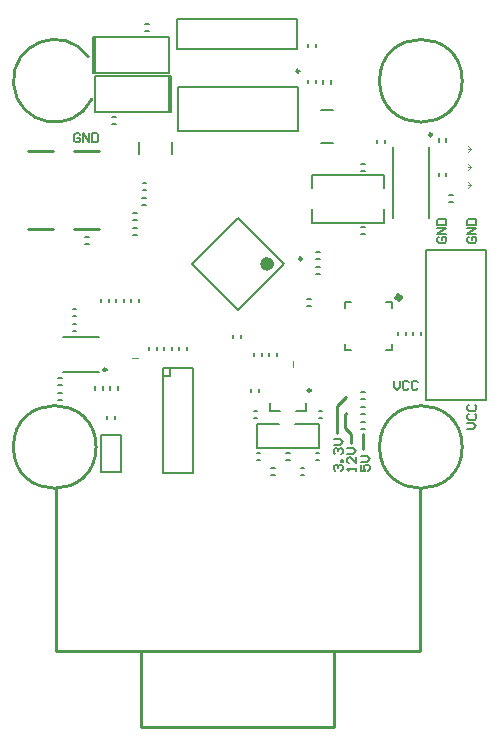
<source format=gto>
G04*
G04 #@! TF.GenerationSoftware,Altium Limited,Altium Designer,20.0.13 (296)*
G04*
G04 Layer_Color=65535*
%FSLAX25Y25*%
%MOIN*%
G70*
G01*
G75*
%ADD10C,0.00984*%
%ADD11C,0.01000*%
%ADD12C,0.02000*%
%ADD13C,0.02362*%
%ADD14C,0.00787*%
%ADD15C,0.00394*%
%ADD16C,0.00600*%
%ADD17C,0.00800*%
%ADD18R,0.01400X0.12000*%
D10*
X147988Y126347D02*
G03*
X147988Y126347I-492J0D01*
G01*
X103760Y147500D02*
G03*
X103760Y147500I-492J0D01*
G01*
X104639Y84938D02*
G03*
X104639Y84938I-492J0D01*
G01*
X107579Y41134D02*
G03*
X107579Y41134I-492J0D01*
G01*
D11*
X33378Y152411D02*
G03*
X34602Y138196I-11133J-8119D01*
G01*
X158071Y144291D02*
G03*
X158071Y144291I-13780J0D01*
G01*
X36024Y22244D02*
G03*
X36024Y22244I-13780J0D01*
G01*
X158071D02*
G03*
X158071Y22244I-13780J0D01*
G01*
X39500Y48000D02*
G03*
X39500Y48000I-500J0D01*
G01*
X119000Y33000D02*
X119500Y33500D01*
X121000Y23500D02*
Y26500D01*
X119000Y28500D02*
X121000Y26500D01*
X22768Y-45748D02*
Y8474D01*
X116500Y27000D02*
Y36000D01*
X119500Y39000D01*
X119000Y28500D02*
Y33000D01*
X125000Y21500D02*
Y26500D01*
X28768Y95000D02*
X37000D01*
X28768Y121000D02*
X37000D01*
X13500D02*
X21732D01*
X13500Y95000D02*
X21732D01*
X115413Y-71011D02*
Y-45748D01*
X51122Y-71011D02*
X115413D01*
X51122Y-70984D02*
Y-45748D01*
X143968D02*
Y8500D01*
X22768Y-45748D02*
X143968D01*
D12*
X137364Y72047D02*
G03*
X137364Y72047I-557J0D01*
G01*
D13*
X94192Y83268D02*
G03*
X94192Y83268I-1181J0D01*
G01*
D14*
X146906Y98689D02*
Y122311D01*
X135094Y98689D02*
Y122311D01*
X153740Y103803D02*
X154921D01*
X153740Y106165D02*
X154921D01*
X152681Y123909D02*
Y125091D01*
X150319Y123909D02*
Y125091D01*
X152681Y112409D02*
Y113591D01*
X150319Y112409D02*
Y113591D01*
X144181Y59409D02*
Y60590D01*
X141819Y59409D02*
Y60590D01*
X139181Y59409D02*
Y60590D01*
X136819Y59409D02*
Y60590D01*
X124409Y38319D02*
X125591D01*
X124409Y40681D02*
X125591D01*
X124409Y28319D02*
X125591D01*
X124409Y30681D02*
X125591D01*
X124409Y33319D02*
X125591D01*
X124409Y35681D02*
X125591D01*
X166000Y38000D02*
Y88000D01*
X146000Y38000D02*
Y88000D01*
Y38000D02*
X166000D01*
X146000Y88000D02*
X166000D01*
X124409Y93319D02*
X125591D01*
X124409Y95681D02*
X125591D01*
X124409Y116681D02*
X125591D01*
X124409Y114319D02*
X125591D01*
X32409Y92181D02*
X33591D01*
X32409Y89819D02*
X33591D01*
X109409Y84819D02*
X110591D01*
X109409Y87181D02*
X110591D01*
X109409Y79819D02*
X110591D01*
X109409Y82181D02*
X110591D01*
X42819Y70410D02*
Y71591D01*
X45181Y70410D02*
Y71591D01*
X132181Y123409D02*
Y124591D01*
X129819Y123409D02*
Y124591D01*
X81819Y58410D02*
Y59591D01*
X84181Y58410D02*
Y59591D01*
X47819Y70410D02*
Y71591D01*
X50181Y70410D02*
Y71591D01*
X37819Y70410D02*
Y71591D01*
X40181Y70410D02*
Y71591D01*
X106409Y71681D02*
X107591D01*
X106409Y69319D02*
X107591D01*
X63268Y127717D02*
Y142283D01*
X103268Y127717D02*
Y142283D01*
X63268Y127717D02*
X103268D01*
X63268Y142283D02*
X103268D01*
X23410Y45181D02*
X24590D01*
X23410Y42819D02*
X24590D01*
X23410Y40181D02*
X24590D01*
X23410Y37819D02*
X24590D01*
X28264Y60819D02*
X29445D01*
X28264Y63181D02*
X29445D01*
X28264Y65819D02*
X29445D01*
X28264Y68181D02*
X29445D01*
X42181Y31409D02*
Y32591D01*
X39819Y31409D02*
Y32591D01*
X38181Y41264D02*
Y42445D01*
X35819Y41264D02*
Y42445D01*
X53819Y54409D02*
Y55590D01*
X56181Y54409D02*
Y55590D01*
X43181Y41264D02*
Y42445D01*
X40819Y41264D02*
Y42445D01*
X61181Y54409D02*
Y55590D01*
X58819Y54409D02*
Y55590D01*
X63819Y54409D02*
Y55590D01*
X66181Y54409D02*
Y55590D01*
X41409Y132181D02*
X42591D01*
X41409Y129819D02*
X42591D01*
X61500Y120000D02*
Y124000D01*
X50500Y120000D02*
Y124000D01*
X111000Y134500D02*
X115000D01*
X111000Y123500D02*
X115000D01*
X114181Y143264D02*
Y144445D01*
X111819Y143264D02*
Y144445D01*
X51410Y105181D02*
X52591D01*
X51410Y102819D02*
X52591D01*
X51555Y110181D02*
X52736D01*
X51555Y107819D02*
X52736D01*
X48409Y100181D02*
X49591D01*
X48409Y97819D02*
X49591D01*
X48409Y95181D02*
X49591D01*
X48409Y92819D02*
X49591D01*
X106819Y143409D02*
Y144591D01*
X109181Y143409D02*
Y144591D01*
X52409Y160819D02*
X53591D01*
X52409Y163181D02*
X53591D01*
X106819Y155409D02*
Y156591D01*
X109181Y155409D02*
Y156591D01*
X63000Y155000D02*
Y165000D01*
X103000D01*
X63000Y155000D02*
X103000D01*
Y165000D01*
X83268Y98579D02*
X98579Y83268D01*
X67956D02*
X83268Y67956D01*
X98579Y83268D01*
X67956D02*
X83268Y98579D01*
X91181Y52409D02*
Y53591D01*
X88819Y52409D02*
Y53591D01*
X96181Y52409D02*
Y53591D01*
X93819Y52409D02*
Y53591D01*
X94095Y34244D02*
X97244D01*
X94095D02*
Y37000D01*
X102756Y34244D02*
X105905D01*
Y37000D01*
X89555Y20181D02*
X90736D01*
X89555Y17819D02*
X90736D01*
X109264Y17819D02*
X110445D01*
X109264Y20181D02*
X110445D01*
X94410Y12819D02*
X95591D01*
X94410Y15181D02*
X95591D01*
X88555Y34181D02*
X89736D01*
X88555Y31819D02*
X89736D01*
X99410Y20181D02*
X100591D01*
X99410Y17819D02*
X100591D01*
X87819Y40409D02*
Y41591D01*
X90181Y40409D02*
Y41591D01*
X104264Y15181D02*
X105445D01*
X104264Y12819D02*
X105445D01*
X110264Y31819D02*
X111445D01*
X110264Y34181D02*
X111445D01*
D15*
X160100Y120500D02*
X161100Y121500D01*
X160100Y122500D02*
X161100Y121500D01*
X159900D02*
X161000D01*
X160100Y114500D02*
X161100Y115500D01*
X160100Y116500D02*
X161100Y115500D01*
X159900D02*
X161000D01*
X160100Y108500D02*
X161100Y109500D01*
X160100Y110500D02*
X161100Y109500D01*
X159900D02*
X161000D01*
X48000Y52000D02*
X50000D01*
X101575Y49000D02*
Y51000D01*
D16*
X134681Y68453D02*
Y70421D01*
X132713D02*
X134681D01*
X118933D02*
X120902D01*
X118933Y68453D02*
Y70421D01*
Y54673D02*
Y56642D01*
Y54673D02*
X120902D01*
X132713D02*
X134681D01*
Y56642D01*
X132000Y97000D02*
Y101500D01*
X108000Y97000D02*
Y101500D01*
Y97000D02*
X132000D01*
X108000Y113000D02*
X132000D01*
Y108600D02*
Y113000D01*
X108000Y108600D02*
Y113000D01*
X37700Y26200D02*
X44300D01*
X37700Y13800D02*
Y26200D01*
X44300Y13800D02*
Y26200D01*
X37700Y13800D02*
X44300D01*
X35800Y134000D02*
X60900D01*
X35800D02*
Y146000D01*
X60900D01*
X35100Y159000D02*
X60200D01*
Y147000D02*
Y159000D01*
X35100Y147000D02*
X60200D01*
X58200Y46000D02*
X60700D01*
Y48500D01*
X58200D02*
X68200D01*
X58200Y13600D02*
Y48500D01*
Y13600D02*
X68200D01*
Y48500D01*
X25000Y47100D02*
X37000Y47200D01*
X25000Y58900D02*
X37000D01*
X102500Y30000D02*
X110400D01*
X89600D02*
X97000D01*
X110400Y22000D02*
Y30000D01*
X89600Y22000D02*
Y30000D01*
Y22000D02*
X110400D01*
D17*
X135300Y44299D02*
Y42300D01*
X136300Y41300D01*
X137299Y42300D01*
Y44299D01*
X140298Y43799D02*
X139799Y44299D01*
X138799D01*
X138299Y43799D01*
Y41800D01*
X138799Y41300D01*
X139799D01*
X140298Y41800D01*
X143297Y43799D02*
X142798Y44299D01*
X141798D01*
X141298Y43799D01*
Y41800D01*
X141798Y41300D01*
X142798D01*
X143297Y41800D01*
X159701Y28300D02*
X161700D01*
X162700Y29300D01*
X161700Y30299D01*
X159701D01*
X160201Y33298D02*
X159701Y32799D01*
Y31799D01*
X160201Y31299D01*
X162200D01*
X162700Y31799D01*
Y32799D01*
X162200Y33298D01*
X160201Y36297D02*
X159701Y35798D01*
Y34798D01*
X160201Y34298D01*
X162200D01*
X162700Y34798D01*
Y35798D01*
X162200Y36297D01*
X30799Y126299D02*
X30299Y126799D01*
X29300D01*
X28800Y126299D01*
Y124300D01*
X29300Y123800D01*
X30299D01*
X30799Y124300D01*
Y125300D01*
X29800D01*
X31799Y123800D02*
Y126799D01*
X33798Y123800D01*
Y126799D01*
X34798D02*
Y123800D01*
X36298D01*
X36797Y124300D01*
Y126299D01*
X36298Y126799D01*
X34798D01*
X160201Y92299D02*
X159701Y91799D01*
Y90800D01*
X160201Y90300D01*
X162200D01*
X162700Y90800D01*
Y91799D01*
X162200Y92299D01*
X161200D01*
Y91300D01*
X162700Y93299D02*
X159701D01*
X162700Y95298D01*
X159701D01*
Y96298D02*
X162700D01*
Y97798D01*
X162200Y98297D01*
X160201D01*
X159701Y97798D01*
Y96298D01*
X150201Y92299D02*
X149701Y91799D01*
Y90800D01*
X150201Y90300D01*
X152200D01*
X152700Y90800D01*
Y91799D01*
X152200Y92299D01*
X151200D01*
Y91300D01*
X152700Y93299D02*
X149701D01*
X152700Y95298D01*
X149701D01*
Y96298D02*
X152700D01*
Y97798D01*
X152200Y98297D01*
X150201D01*
X149701Y97798D01*
Y96298D01*
X122700Y14300D02*
Y15300D01*
Y14800D01*
X119701D01*
X120201Y14300D01*
X122700Y18799D02*
Y16799D01*
X120701Y18799D01*
X120201D01*
X119701Y18299D01*
Y17299D01*
X120201Y16799D01*
X119701Y19798D02*
X121700D01*
X122700Y20798D01*
X121700Y21798D01*
X119701D01*
X115701Y14300D02*
X115201Y14800D01*
Y15800D01*
X115701Y16299D01*
X116201D01*
X116700Y15800D01*
Y15300D01*
Y15800D01*
X117200Y16299D01*
X117700D01*
X118200Y15800D01*
Y14800D01*
X117700Y14300D01*
X118200Y17299D02*
X117700D01*
Y17799D01*
X118200D01*
Y17299D01*
X115701Y19798D02*
X115201Y20298D01*
Y21298D01*
X115701Y21798D01*
X116201D01*
X116700Y21298D01*
Y20798D01*
Y21298D01*
X117200Y21798D01*
X117700D01*
X118200Y21298D01*
Y20298D01*
X117700Y19798D01*
X115201Y22797D02*
X117200D01*
X118200Y23797D01*
X117200Y24797D01*
X115201D01*
X124201Y16299D02*
Y14300D01*
X125700D01*
X125201Y15300D01*
Y15800D01*
X125700Y16299D01*
X126700D01*
X127200Y15800D01*
Y14800D01*
X126700Y14300D01*
X124201Y17299D02*
X126200D01*
X127200Y18299D01*
X126200Y19298D01*
X124201D01*
D18*
X60600Y140000D02*
D03*
X35400Y153000D02*
D03*
M02*

</source>
